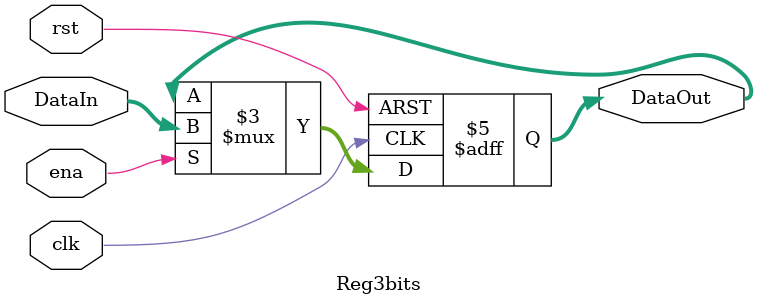
<source format=v>
`timescale 1ns / 1ps

//////////////////////////////////////////////////////////////////////////////////
module Reg3bits(input clk,input rst,input ena,input [2:0] DataIn,output reg [2:0] DataOut);


always @(posedge clk, posedge rst)
	begin
		if (rst)
			DataOut = 3'b0;
		else
			begin
				if (ena)
					DataOut = DataIn;
			end
	end
endmodule

</source>
